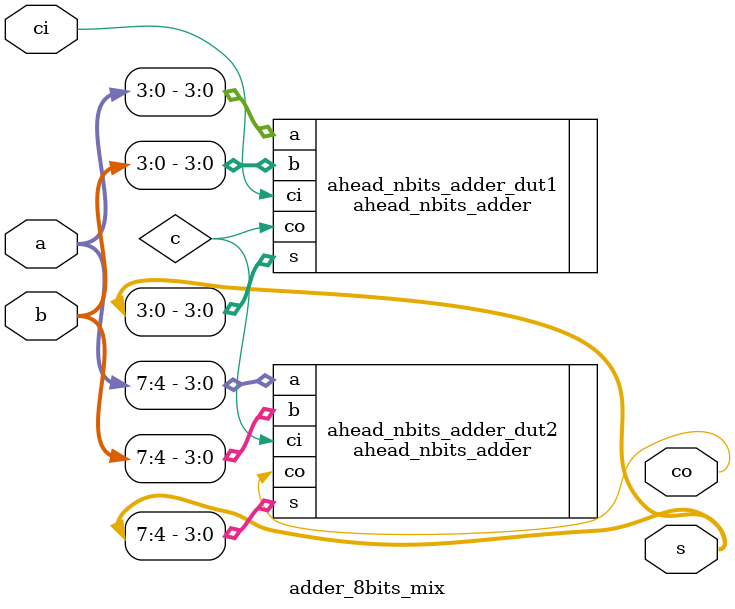
<source format=v>
`timescale 1ns / 1ps


module adder_8bits_mix(
    input [7:0] a,b,
    input ci,
    output [7:0] s,
    output co
    );
    wire c;
    ahead_nbits_adder#(.WIDTH(4)) ahead_nbits_adder_dut1(
        .a(a[3:0]),
        .b(b[3:0]),
        .ci(ci),
        .s(s[3:0]),
        .co(c)
    );
    ahead_nbits_adder#(.WIDTH(4)) ahead_nbits_adder_dut2(
        .a(a[7:4]),
        .b(b[7:4]),
        .ci(c),
        .s(s[7:4]),
        .co(co)
    );
endmodule

</source>
